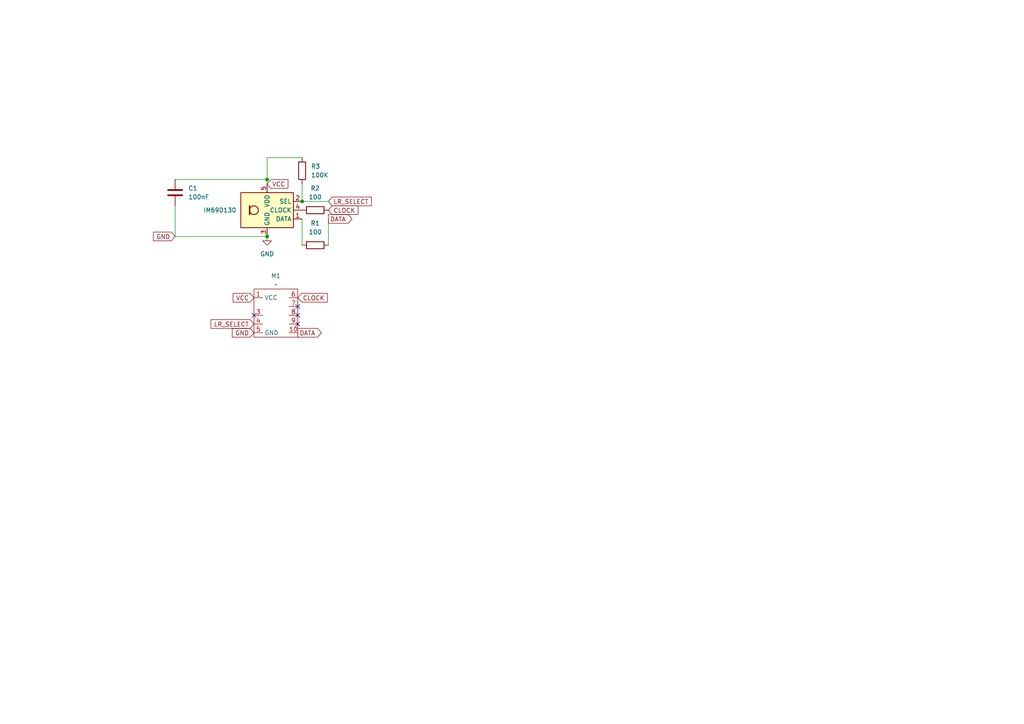
<source format=kicad_sch>
(kicad_sch (version 20231120) (generator "eeschema") (generator_version "8.0")
  (paper "A4")
  (lib_symbols
    (symbol "Device:C" (pin_numbers hide) (pin_names (offset 0.254))
      (property "Reference" "C" (at 0.635 2.54 0))
      (property "Value" "C" (at 0.635 -2.54 0))
      (symbol "C_0_1"
        (polyline (pts (xy -2.032 -0.762) (xy 2.032 -0.762)) (stroke (width 0.508)))
        (polyline (pts (xy -2.032 0.762) (xy 2.032 0.762)) (stroke (width 0.508)))
      )
      (symbol "C_1_1"
        (pin passive line (at 0 3.81 270) (length 2.794) (name "~") (number "1"))
        (pin passive line (at 0 -3.81 90) (length 2.794) (name "~") (number "2"))
      )
    )
    (symbol "Device:R" (pin_numbers hide) (pin_names (offset 0))
      (property "Reference" "R" (at 2.032 0 90))
      (property "Value" "R" (at 0 0 90))
      (symbol "R_0_1"
        (rectangle (start -1.016 -2.54) (end 1.016 2.54) (stroke (width 0.254)))
      )
      (symbol "R_1_1"
        (pin passive line (at 0 3.81 270) (length 1.27) (name "~") (number "1"))
        (pin passive line (at 0 -3.81 90) (length 1.27) (name "~") (number "2"))
      )
    )
    (symbol "MegaCastle:MegaCastle2x5-Module"
      (property "Reference" "M" (at 0 0 0))
      (symbol "MegaCastle2x5-Module_0_1"
        (rectangle (start -6.35 6.35) (end 6.35 -7.62))
      )
      (symbol "MegaCastle2x5-Module_1_1"
        (pin bidirectional line (at -6.35 3.81 0) (length 2.54) (name "VCC") (number "1"))
        (pin bidirectional line (at 6.35 -6.35 180) (length 2.54) (name "") (number "10"))
        (pin bidirectional line (at -6.35 -1.27 0) (length 2.54) (name "") (number "3"))
        (pin bidirectional line (at -6.35 -3.81 0) (length 2.54) (name "") (number "4"))
        (pin bidirectional line (at -6.35 -6.35 0) (length 2.54) (name "GND") (number "5"))
        (pin bidirectional line (at 6.35 3.81 180) (length 2.54) (name "") (number "6"))
        (pin bidirectional line (at 6.35 1.27 180) (length 2.54) (name "") (number "7"))
        (pin bidirectional line (at 6.35 -1.27 180) (length 2.54) (name "") (number "8"))
        (pin bidirectional line (at 6.35 -3.81 180) (length 2.54) (name "") (number "9"))
      )
    )
    (symbol "Sensor_Audio:SPH0641LU4H-1"
      (property "Reference" "MK" (at 5.08 6.35 0))
      (property "Value" "SPH0641LU4H-1" (at 8.89 -6.35 0))
      (symbol "SPH0641LU4H-1_1_1"
        (rectangle (start -7.62 5.08) (end 7.62 -5.08) (stroke (width 0.254)) (fill (type background)))
        (circle (center -3.81 0) (radius 1.27) (stroke (width 0.254)))
        (polyline (pts (xy -5.08 1.27) (xy -5.08 -1.27)) (stroke (width 0.381)))
        (pin output line (at 10.16 -2.54 180) (length 2.54) (name "DATA") (number "1"))
        (pin input line (at 10.16 2.54 180) (length 2.54) (name "SEL") (number "2"))
        (pin power_in line (at 0 -7.62 90) (length 2.54) (name "GND") (number "3"))
        (pin input line (at 10.16 0 180) (length 2.54) (name "CLOCK") (number "4"))
        (pin power_in line (at 0 7.62 270) (length 2.54) (name "VDD") (number "5"))
      )
    )
    (symbol "power:GND" (power) (pin_numbers hide) (pin_names (offset 0) hide)
      (property "Value" "GND" (at 0 -3.81 0))
      (symbol "GND_0_1"
        (polyline (pts (xy 0 0) (xy 0 -1.27) (xy 1.27 -1.27) (xy 0 -2.54) (xy -1.27 -1.27) (xy 0 -1.27)))
      )
      (symbol "GND_1_1"
        (pin power_in line (at 0 0 270) (length 0) (name "~") (number "1"))
      )
    )
  )
  (junction (at 77.47 68.58))
  (junction (at 87.63 58.42))
  (junction (at 77.47 52.07))
  (no_connect (at 86.36 88.9))
  (no_connect (at 73.66 91.44))
  (no_connect (at 86.36 93.98))
  (no_connect (at 86.36 91.44))
  (wire (pts (xy 87.63 45.72) (xy 77.47 45.72)))
  (wire (pts (xy 50.8 59.69) (xy 50.8 68.58)))
  (wire (pts (xy 87.63 71.12) (xy 87.63 63.5)))
  (wire (pts (xy 50.8 68.58) (xy 77.47 68.58)))
  (wire (pts (xy 77.47 52.07) (xy 77.47 53.34)))
  (wire (pts (xy 95.25 71.12) (xy 95.25 63.5)))
  (wire (pts (xy 50.8 52.07) (xy 77.47 52.07)))
  (wire (pts (xy 87.63 58.42) (xy 95.25 58.42)))
  (wire (pts (xy 87.63 53.34) (xy 87.63 58.42)))
  (wire (pts (xy 77.47 45.72) (xy 77.47 52.07)))
  (global_label "LR_SELECT" (shape input) (at 95.25 58.42 0) (property "Intersheetrefs" "${INTERSHEET_REFS}" (effects (hide yes))))
  (global_label "GND" (shape input) (at 50.8 68.58 180) (property "Intersheetrefs" "${INTERSHEET_REFS}" (effects (hide yes))))
  (global_label "CLOCK" (shape input) (at 95.25 60.96 0) (property "Intersheetrefs" "${INTERSHEET_REFS}" (effects (hide yes))))
  (global_label "DATA" (shape output) (at 86.36 96.52 0) (property "Intersheetrefs" "${INTERSHEET_REFS}" (effects (hide yes))))
  (global_label "VCC" (shape input) (at 77.47 53.34 0) (property "Intersheetrefs" "${INTERSHEET_REFS}" (effects (hide yes))))
  (global_label "CLOCK" (shape input) (at 86.36 86.36 0) (property "Intersheetrefs" "${INTERSHEET_REFS}" (effects (hide yes))))
  (global_label "GND" (shape input) (at 73.66 96.52 180) (property "Intersheetrefs" "${INTERSHEET_REFS}" (effects (hide yes))))
  (global_label "LR_SELECT" (shape input) (at 73.66 93.98 180) (property "Intersheetrefs" "${INTERSHEET_REFS}" (effects (hide yes))))
  (global_label "VCC" (shape input) (at 73.66 86.36 180) (property "Intersheetrefs" "${INTERSHEET_REFS}" (effects (hide yes))))
  (global_label "DATA" (shape output) (at 95.25 63.5 0) (property "Intersheetrefs" "${INTERSHEET_REFS}" (effects (hide yes))))
  (symbol (lib_id "Device:C") (at 50.8 55.88 0) (unit 1)
    (property "Reference" "C1" (at 54.61 54.6099 0) (effects (justify left)))
    (property "Value" "100nF" (at 54.61 57.1499 0) (effects (justify left)))
    (property "Description" "Unpolarized capacitor" (effects (hide yes)))
  )
  (symbol (lib_id "Device:R") (at 91.44 60.96 90) (unit 1)
    (property "Reference" "R2" (at 91.44 54.61 90))
    (property "Value" "100" (at 91.44 57.15 90))
    (property "Description" "Resistor" (effects (hide yes)))
  )
  (symbol (lib_id "Sensor_Audio:SPH0641LU4H-1") (at 77.47 60.96 0) (unit 1)
    (property "Reference" "MK1" (effects (hide yes)))
    (property "Value" "IM69D130" (at 68.58 60.9599 0) (effects (justify right)))
    (property "Footprint" "Sensor_Audio:Knowles_LGA-5_3.5x2.65mm" (effects (hide yes)))
    (property "Datasheet" "https://www.knowles.com/docs/default-source/model-downloads/sph0641lu4h-1-revb.pdf" (effects (hide yes)))
    (property "Description" "Digital MEMS Microphone, LGA-5" (effects (hide yes)))
  )
  (symbol (lib_id "MegaCastle:MegaCastle2x5-Module") (at 80.01 90.17 0) (unit 1)
    (property "Reference" "M1" (at 80.01 80.01 0))
    (property "Value" "~" (at 80.01 82.55 0))
    (property "Footprint" "MegaCastle:MegaCastle2x5-Module" (effects (hide yes)))
  )
  (symbol (lib_id "Device:R") (at 87.63 49.53 180) (unit 1)
    (property "Reference" "R3" (at 90.17 48.2599 0) (effects (justify right)))
    (property "Value" "100K" (at 90.17 50.7999 0) (effects (justify right)))
    (property "Description" "Resistor" (effects (hide yes)))
  )
  (symbol (lib_id "Device:R") (at 91.44 71.12 270) (unit 1)
    (property "Reference" "R1" (at 91.44 64.77 90))
    (property "Value" "100" (at 91.44 67.31 90))
    (property "Description" "Resistor" (effects (hide yes)))
  )
  (symbol (lib_id "power:GND") (at 77.47 68.58 0) (unit 1)
    (property "Reference" "#PWR01" (effects (hide yes)))
    (property "Value" "GND" (at 77.47 73.66 0))
    (property "Description" "Power symbol creates a global label with name \"GND\" , ground" (effects (hide yes)))
  )
)
</source>
